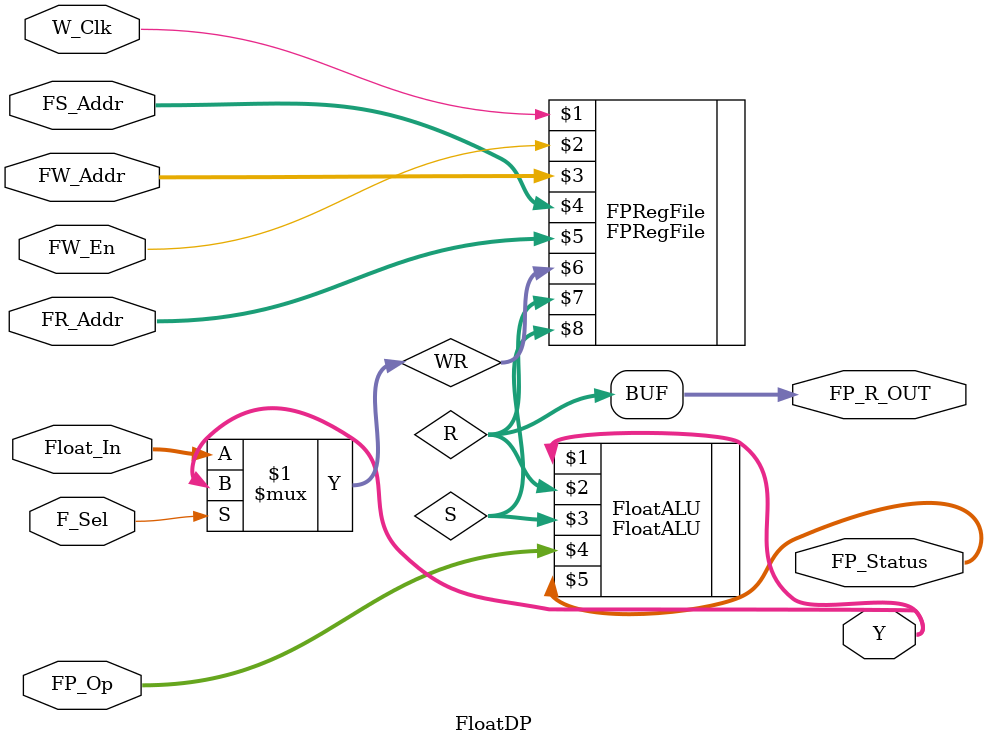
<source format=v>
`timescale 1ns / 1ps
module FloatDP(W_Clk, FW_En, FW_Addr, FS_Addr, Float_In, F_Sel, FP_Op, FR_Addr, Y, FP_Status, FP_R_OUT);

// Inputs
input W_Clk, FW_En, F_Sel;
input [4:0] FW_Addr, FS_Addr, FR_Addr;
input [3:0] FP_Op;
input [63:0] Float_In;

// Outputs
output [63:0] FP_R_OUT;
output [63:0] Y;
wire [63:0] Y;
output [5:0] FP_Status;
wire [5:0] FP_Status;

// Wires
wire [63:0] R, S, WR;

assign WR = F_Sel? Y : Float_In;
assign FP_R_OUT = R;


// module FPRegFile(clk, W_En, W_Addr, S_Addr, R_Addr, WR, R, S);
FPRegFile FPRegFile(W_Clk, FW_En, FW_Addr, FS_Addr, FR_Addr, WR, R, S);

// module FloatALU (Y, R, S, Op, Status); 
FloatALU FloatALU(Y, R, S, FP_Op, FP_Status);


endmodule

</source>
